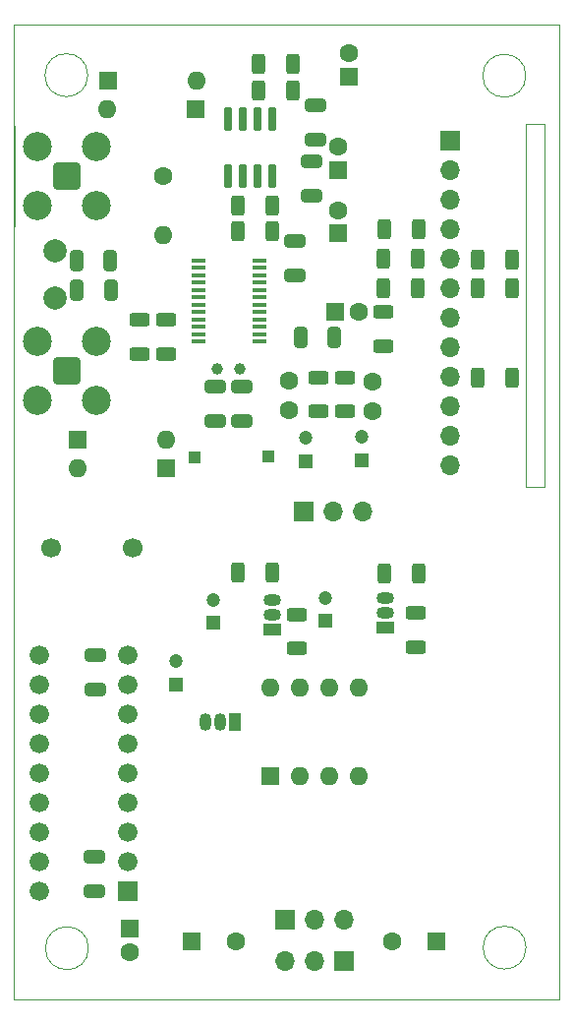
<source format=gbr>
%TF.GenerationSoftware,KiCad,Pcbnew,7.0.1*%
%TF.CreationDate,2023-09-27T13:21:00+00:00*%
%TF.ProjectId,SI4735,53493437-3335-42e6-9b69-6361645f7063,rev?*%
%TF.SameCoordinates,Original*%
%TF.FileFunction,Soldermask,Bot*%
%TF.FilePolarity,Negative*%
%FSLAX45Y45*%
G04 Gerber Fmt 4.5, Leading zero omitted, Abs format (unit mm)*
G04 Created by KiCad (PCBNEW 7.0.1) date 2023-09-27 13:21:00*
%MOMM*%
%LPD*%
G01*
G04 APERTURE LIST*
G04 Aperture macros list*
%AMRoundRect*
0 Rectangle with rounded corners*
0 $1 Rounding radius*
0 $2 $3 $4 $5 $6 $7 $8 $9 X,Y pos of 4 corners*
0 Add a 4 corners polygon primitive as box body*
4,1,4,$2,$3,$4,$5,$6,$7,$8,$9,$2,$3,0*
0 Add four circle primitives for the rounded corners*
1,1,$1+$1,$2,$3*
1,1,$1+$1,$4,$5*
1,1,$1+$1,$6,$7*
1,1,$1+$1,$8,$9*
0 Add four rect primitives between the rounded corners*
20,1,$1+$1,$2,$3,$4,$5,0*
20,1,$1+$1,$4,$5,$6,$7,0*
20,1,$1+$1,$6,$7,$8,$9,0*
20,1,$1+$1,$8,$9,$2,$3,0*%
G04 Aperture macros list end*
%ADD10C,1.600000*%
%ADD11O,1.600000X1.600000*%
%ADD12R,1.600000X1.600000*%
%ADD13R,1.500000X1.050000*%
%ADD14O,1.500000X1.050000*%
%ADD15R,1.700000X1.700000*%
%ADD16O,1.700000X1.700000*%
%ADD17RoundRect,0.200100X0.949900X-0.949900X0.949900X0.949900X-0.949900X0.949900X-0.949900X-0.949900X0*%
%ADD18C,2.500000*%
%ADD19C,1.700000*%
%ADD20R,1.200000X1.200000*%
%ADD21C,1.200000*%
%ADD22R,1.050000X1.500000*%
%ADD23O,1.050000X1.500000*%
%ADD24C,2.000000*%
%ADD25C,1.000000*%
%ADD26R,1.000000X1.000000*%
%ADD27R,1.676400X1.676400*%
%ADD28C,1.676400*%
%ADD29RoundRect,0.250000X0.312500X0.625000X-0.312500X0.625000X-0.312500X-0.625000X0.312500X-0.625000X0*%
%ADD30RoundRect,0.250000X0.650000X-0.325000X0.650000X0.325000X-0.650000X0.325000X-0.650000X-0.325000X0*%
%ADD31RoundRect,0.250000X0.625000X-0.312500X0.625000X0.312500X-0.625000X0.312500X-0.625000X-0.312500X0*%
%ADD32RoundRect,0.250000X-0.625000X0.312500X-0.625000X-0.312500X0.625000X-0.312500X0.625000X0.312500X0*%
%ADD33RoundRect,0.250000X-0.650000X0.325000X-0.650000X-0.325000X0.650000X-0.325000X0.650000X0.325000X0*%
%ADD34RoundRect,0.250000X-0.325000X-0.650000X0.325000X-0.650000X0.325000X0.650000X-0.325000X0.650000X0*%
%ADD35RoundRect,0.250000X-0.312500X-0.625000X0.312500X-0.625000X0.312500X0.625000X-0.312500X0.625000X0*%
%ADD36R,1.200000X0.400000*%
%ADD37RoundRect,0.250000X0.325000X0.650000X-0.325000X0.650000X-0.325000X-0.650000X0.325000X-0.650000X0*%
%ADD38RoundRect,0.042000X0.258000X-0.943000X0.258000X0.943000X-0.258000X0.943000X-0.258000X-0.943000X0*%
%TA.AperFunction,Profile*%
%ADD39C,0.050000*%
%TD*%
%TA.AperFunction,Profile*%
%ADD40C,0.100000*%
%TD*%
G04 APERTURE END LIST*
D10*
%TO.C,L1*%
X13782500Y-9232500D03*
D11*
X13782500Y-9740500D03*
%TD*%
D12*
%TO.C,C7*%
X15266989Y-10400000D03*
D10*
X15466989Y-10400000D03*
%TD*%
D13*
%TO.C,Q3*%
X14721250Y-13134000D03*
D14*
X14721250Y-13007000D03*
X14721250Y-12880000D03*
%TD*%
D15*
%TO.C,J4*%
X14829800Y-15636210D03*
D16*
X15083800Y-15636210D03*
X15337800Y-15636210D03*
%TD*%
D12*
%TO.C,D4*%
X13807500Y-11751500D03*
D11*
X13045500Y-11751500D03*
%TD*%
D13*
%TO.C,Q2*%
X15695000Y-13116260D03*
D14*
X15695000Y-12989260D03*
X15695000Y-12862260D03*
%TD*%
D17*
%TO.C,J3*%
X12949000Y-9234000D03*
D18*
X12695000Y-9488000D03*
X13203000Y-9488000D03*
X12695000Y-8980000D03*
X13203000Y-8980000D03*
%TD*%
D15*
%TO.C,J2*%
X15337300Y-15993710D03*
D16*
X15083300Y-15993710D03*
X14829300Y-15993710D03*
%TD*%
D12*
%TO.C,U4*%
X14705480Y-14397100D03*
D11*
X14959480Y-14397100D03*
X15213480Y-14397100D03*
X15467480Y-14397100D03*
X15467480Y-13635100D03*
X15213480Y-13635100D03*
X14959480Y-13635100D03*
X14705480Y-13635100D03*
%TD*%
D10*
%TO.C,C21*%
X14865000Y-10995000D03*
X14865000Y-11245000D03*
%TD*%
D15*
%TO.C,J1*%
X16250920Y-8933180D03*
D16*
X16250920Y-9187180D03*
X16250920Y-9441180D03*
X16250920Y-9695180D03*
X16250920Y-9949180D03*
X16250920Y-10203180D03*
X16250920Y-10457180D03*
X16250920Y-10711180D03*
X16250920Y-10965180D03*
X16250920Y-11219180D03*
X16250920Y-11473180D03*
X16250920Y-11727180D03*
%TD*%
D12*
%TO.C,C16*%
X13495000Y-15715000D03*
D10*
X13495000Y-15915000D03*
%TD*%
D19*
%TO.C,J10*%
X12820000Y-12437500D03*
X13520000Y-12437500D03*
%TD*%
D12*
%TO.C,C1*%
X15377500Y-8375000D03*
D10*
X15377500Y-8175000D03*
%TD*%
D20*
%TO.C,C20*%
X14212500Y-13080000D03*
D21*
X14212500Y-12880000D03*
%TD*%
D20*
%TO.C,C18*%
X15487500Y-11680000D03*
D21*
X15487500Y-11480000D03*
%TD*%
D12*
%TO.C,C11*%
X16132500Y-15820000D03*
D10*
X15752500Y-15820000D03*
%TD*%
D12*
%TO.C,C12*%
X14025000Y-15819700D03*
D10*
X14405000Y-15819700D03*
%TD*%
D20*
%TO.C,C19*%
X15182500Y-13064760D03*
D21*
X15182500Y-12864760D03*
%TD*%
D20*
%TO.C,C14*%
X13887500Y-13612120D03*
D21*
X13887500Y-13412120D03*
%TD*%
D12*
%TO.C,C8*%
X15290000Y-9727000D03*
D10*
X15290000Y-9527000D03*
%TD*%
D15*
%TO.C,J7*%
X14992000Y-12120000D03*
D16*
X15246000Y-12120000D03*
X15500000Y-12120000D03*
%TD*%
D12*
%TO.C,D3*%
X13044500Y-11499000D03*
D11*
X13806500Y-11499000D03*
%TD*%
D22*
%TO.C,Q1*%
X14400580Y-13937240D03*
D23*
X14273580Y-13937240D03*
X14146580Y-13937240D03*
%TD*%
D24*
%TO.C,L2*%
X12847500Y-10280000D03*
X12847500Y-9880000D03*
%TD*%
D10*
%TO.C,C17*%
X15582500Y-11007500D03*
X15582500Y-11257500D03*
%TD*%
D12*
%TO.C,C5*%
X15287000Y-9179511D03*
D10*
X15287000Y-8979511D03*
%TD*%
D25*
%TO.C,Y1*%
X14250000Y-10896000D03*
X14440000Y-10896000D03*
%TD*%
D12*
%TO.C,D1*%
X14064500Y-8660000D03*
D11*
X13302500Y-8660000D03*
%TD*%
D26*
%TO.C,J8*%
X14050000Y-11652500D03*
%TD*%
%TO.C,J9*%
X14690000Y-11650000D03*
%TD*%
D12*
%TO.C,D2*%
X13304000Y-8410000D03*
D11*
X14066000Y-8410000D03*
%TD*%
D17*
%TO.C,J5*%
X12948500Y-10911000D03*
D18*
X12694500Y-11165000D03*
X13202500Y-11165000D03*
X12694500Y-10657000D03*
X13202500Y-10657000D03*
%TD*%
D27*
%TO.C,U5*%
X13474500Y-15392000D03*
D28*
X13474500Y-15138000D03*
X13474500Y-14884000D03*
X13474500Y-14630000D03*
X13474500Y-14376000D03*
X13474500Y-14122000D03*
X13474500Y-13868000D03*
X13474500Y-13614000D03*
X13474500Y-13360000D03*
X12712500Y-13360000D03*
X12712500Y-13614000D03*
X12712500Y-13868000D03*
X12712500Y-14122000D03*
X12712500Y-14376000D03*
X12712500Y-14630000D03*
X12712500Y-14884000D03*
X12712500Y-15138000D03*
X12712500Y-15392000D03*
%TD*%
D20*
%TO.C,C22*%
X15007500Y-11689760D03*
D21*
X15007500Y-11489760D03*
%TD*%
D29*
%TO.C,R13*%
X16785520Y-10967160D03*
X16493020Y-10967160D03*
%TD*%
D30*
%TO.C,C2*%
X13192000Y-15390000D03*
X13192000Y-15095000D03*
%TD*%
D29*
%TO.C,R6*%
X14721250Y-9485000D03*
X14428750Y-9485000D03*
%TD*%
D30*
%TO.C,C6*%
X14920000Y-10087500D03*
X14920000Y-9792500D03*
%TD*%
D31*
%TO.C,R19*%
X15348750Y-11258510D03*
X15348750Y-10966010D03*
%TD*%
D32*
%TO.C,R4*%
X15681960Y-10406380D03*
X15681960Y-10698880D03*
%TD*%
D33*
%TO.C,C9*%
X15064000Y-9109000D03*
X15064000Y-9404000D03*
%TD*%
D32*
%TO.C,R17*%
X13810000Y-10470000D03*
X13810000Y-10762500D03*
%TD*%
D34*
%TO.C,C10*%
X13032500Y-9960000D03*
X13327500Y-9960000D03*
%TD*%
D29*
%TO.C,R11*%
X16785520Y-10199660D03*
X16493020Y-10199660D03*
%TD*%
D31*
%TO.C,R21*%
X15116250Y-11258510D03*
X15116250Y-10966010D03*
%TD*%
D35*
%TO.C,R1*%
X15690000Y-9695000D03*
X15982500Y-9695000D03*
%TD*%
D31*
%TO.C,R20*%
X14935250Y-13300000D03*
X14935250Y-13007500D03*
%TD*%
D33*
%TO.C,C24*%
X14232500Y-11045000D03*
X14232500Y-11340000D03*
%TD*%
D34*
%TO.C,C13*%
X13035000Y-10220000D03*
X13330000Y-10220000D03*
%TD*%
D29*
%TO.C,R3*%
X15974460Y-10203180D03*
X15681960Y-10203180D03*
%TD*%
%TO.C,R22*%
X14720000Y-12645000D03*
X14427500Y-12645000D03*
%TD*%
%TO.C,R5*%
X14720000Y-9710000D03*
X14427500Y-9710000D03*
%TD*%
%TO.C,R10*%
X14898750Y-8497500D03*
X14606250Y-8497500D03*
%TD*%
D36*
%TO.C,U6*%
X14087500Y-10658500D03*
X14087500Y-10595000D03*
X14087500Y-10531500D03*
X14087500Y-10468000D03*
X14087500Y-10404500D03*
X14087500Y-10341000D03*
X14087500Y-10277500D03*
X14087500Y-10214000D03*
X14087500Y-10150500D03*
X14087500Y-10087000D03*
X14087500Y-10023500D03*
X14087500Y-9960000D03*
X14607500Y-9960000D03*
X14607500Y-10023500D03*
X14607500Y-10087000D03*
X14607500Y-10150500D03*
X14607500Y-10214000D03*
X14607500Y-10277500D03*
X14607500Y-10341000D03*
X14607500Y-10404500D03*
X14607500Y-10468000D03*
X14607500Y-10531500D03*
X14607500Y-10595000D03*
X14607500Y-10658500D03*
%TD*%
D29*
%TO.C,R2*%
X15974060Y-9949180D03*
X15681560Y-9949180D03*
%TD*%
%TO.C,R9*%
X14897500Y-8270000D03*
X14605000Y-8270000D03*
%TD*%
%TO.C,R12*%
X16785520Y-9949660D03*
X16493020Y-9949660D03*
%TD*%
D37*
%TO.C,C15*%
X15257500Y-10625000D03*
X14962500Y-10625000D03*
%TD*%
D33*
%TO.C,C23*%
X14462500Y-11045000D03*
X14462500Y-11340000D03*
%TD*%
%TO.C,C3*%
X13200000Y-13360000D03*
X13200000Y-13655000D03*
%TD*%
D31*
%TO.C,R16*%
X15957500Y-13290000D03*
X15957500Y-12997500D03*
%TD*%
D32*
%TO.C,R7*%
X13577500Y-10472500D03*
X13577500Y-10765000D03*
%TD*%
D35*
%TO.C,R18*%
X15687500Y-12657260D03*
X15980000Y-12657260D03*
%TD*%
D38*
%TO.C,U3*%
X14721750Y-9236500D03*
X14594750Y-9236500D03*
X14467750Y-9236500D03*
X14340750Y-9236500D03*
X14340750Y-8742500D03*
X14467750Y-8742500D03*
X14594750Y-8742500D03*
X14721750Y-8742500D03*
%TD*%
D30*
%TO.C,C4*%
X15095000Y-8920000D03*
X15095000Y-8625000D03*
%TD*%
D39*
X16904814Y-8370000D02*
G75*
G03*
X16904814Y-8370000I-184814J0D01*
G01*
X13132314Y-8365000D02*
G75*
G03*
X13132314Y-8365000I-184814J0D01*
G01*
X13137500Y-15880000D02*
G75*
G03*
X13137500Y-15880000I-184814J0D01*
G01*
X16905000Y-8787500D02*
X17070000Y-8787500D01*
X17070000Y-11907500D01*
X16905000Y-11907500D01*
X16905000Y-8787500D01*
X16907314Y-15875000D02*
G75*
G03*
X16907314Y-15875000I-184814J0D01*
G01*
X12496500Y-7931500D02*
X17192500Y-7931500D01*
X17192500Y-16320000D01*
X12496500Y-16320000D01*
X12496500Y-7931500D01*
D40*
%TO.C,J3*%
X12499000Y-8804000D02*
X12499000Y-9664000D01*
%TO.C,J5*%
X12498500Y-10481000D02*
X12498500Y-11341000D01*
%TD*%
M02*

</source>
